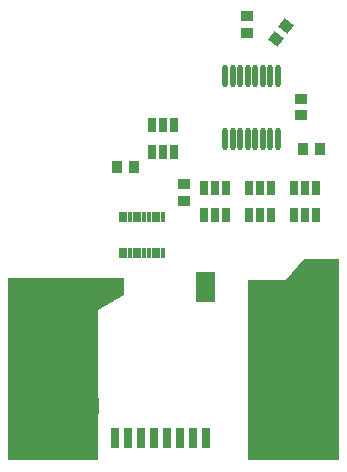
<source format=gts>
G04 Layer: TopSolderMaskLayer*
G04 EasyEDA v6.5.54, 2026-02-14 17:59:59*
G04 2bbe276c55c74596aa95547dd797203b,b56bf7277742442884ecbff68b5c164c,10*
G04 Gerber Generator version 0.2*
G04 Scale: 100 percent, Rotated: No, Reflected: No *
G04 Dimensions in millimeters *
G04 leading zeros omitted , absolute positions ,4 integer and 5 decimal *
%FSLAX45Y45*%
%MOMM*%

%AMMACRO1*4,1,8,-0.2871,-0.587,-0.317,-0.5571,-0.317,0.5571,-0.2871,0.587,0.2871,0.587,0.317,0.5571,0.317,-0.5571,0.2871,-0.587,-0.2871,-0.587,0*%
%AMMACRO2*4,1,8,-0.287,-0.5868,-0.3168,-0.557,-0.3168,0.557,-0.287,0.5868,0.287,0.5868,0.3168,0.557,0.3168,-0.557,0.287,-0.5868,-0.287,-0.5868,0*%
%AMMACRO3*4,1,8,-0.4711,-0.451,-0.501,-0.4211,-0.501,0.4211,-0.4711,0.451,0.4711,0.451,0.501,0.4211,0.501,-0.4211,0.4711,-0.451,-0.4711,-0.451,0*%
%AMMACRO4*4,1,8,-0.4711,-0.4508,-0.5008,-0.421,-0.5008,0.4211,-0.4711,0.4508,0.471,0.4508,0.5008,0.4211,0.5008,-0.421,0.471,-0.4508,-0.4711,-0.4508,0*%
%AMMACRO5*4,1,8,-0.4211,-0.5008,-0.4508,-0.471,-0.4508,0.4711,-0.4211,0.5008,0.421,0.5008,0.4508,0.4711,0.4508,-0.471,0.421,-0.5008,-0.4211,-0.5008,0*%
%AMMACRO6*4,1,8,-0.4211,-0.501,-0.451,-0.4711,-0.451,0.4711,-0.4211,0.501,0.4211,0.501,0.451,0.4711,0.451,-0.4711,0.4211,-0.501,-0.4211,-0.501,0*%
%AMMACRO7*4,1,8,-0.3211,-0.851,-0.351,-0.8211,-0.351,0.8211,-0.3211,0.851,0.3211,0.851,0.351,0.8211,0.351,-0.8211,0.3211,-0.851,-0.3211,-0.851,0*%
%AMMACRO8*4,1,8,-0.3211,-0.8508,-0.3508,-0.821,-0.3508,0.8211,-0.3211,0.8508,0.321,0.8508,0.3508,0.8211,0.3508,-0.821,0.321,-0.8508,-0.3211,-0.8508,0*%
%AMMACRO9*4,1,8,-0.5961,-1.1508,-0.6258,-1.121,-0.6258,1.1211,-0.5961,1.1508,0.596,1.1508,0.6258,1.1211,0.6258,-1.121,0.596,-1.1508,-0.5961,-1.1508,0*%
%AMMACRO10*4,1,8,-0.5961,-1.3008,-0.6258,-1.271,-0.6258,1.2711,-0.5961,1.3008,0.596,1.3008,0.6258,1.2711,0.6258,-1.271,0.596,-1.3008,-0.5961,-1.3008,0*%
%AMMACRO11*4,1,8,-0.7711,-0.6258,-0.8008,-0.596,-0.8008,0.5961,-0.7711,0.6258,0.771,0.6258,0.8008,0.5961,0.8008,-0.596,0.771,-0.6258,-0.7711,-0.6258,0*%
%AMMACRO12*4,1,8,-0.6011,-0.6508,-0.6308,-0.621,-0.6308,0.6211,-0.6011,0.6508,0.601,0.6508,0.6308,0.6211,0.6308,-0.621,0.601,-0.6508,-0.6011,-0.6508,0*%
%AMMACRO13*4,1,8,-0.6011,-0.6758,-0.6308,-0.646,-0.6308,0.646,-0.6011,0.6758,0.601,0.6758,0.6308,0.646,0.6308,-0.646,0.601,-0.6758,-0.6011,-0.6758,0*%
%AMMACRO14*4,1,8,0.0824,-0.6468,-0.6498,-0.0539,-0.6542,-0.012,-0.1242,0.6424,-0.0824,0.6468,0.6498,0.0539,0.6542,0.012,0.1242,-0.6424,0.0824,-0.6468,0*%
%AMMACRO15*4,1,8,0.0823,-0.647,-0.65,-0.054,-0.6544,-0.012,-0.1243,0.6426,-0.0823,0.647,0.65,0.054,0.6544,0.012,0.1243,-0.6426,0.0823,-0.647,0*%
%AMMACRO16*4,1,8,-0.1207,-0.4,-0.15,-0.3707,-0.15,0.3707,-0.1207,0.4,0.1207,0.4,0.15,0.3707,0.15,-0.3707,0.1207,-0.4,-0.1207,-0.4,0*%
%ADD10MACRO1*%
%ADD11MACRO2*%
%ADD12O,0.457606X1.916811*%
%ADD13O,0.458013X1.917014*%
%ADD14O,0.4572X1.916405*%
%ADD15MACRO3*%
%ADD16MACRO4*%
%ADD17C,0.0153*%
%ADD18MACRO5*%
%ADD19MACRO6*%
%ADD20MACRO7*%
%ADD21MACRO8*%
%ADD22MACRO9*%
%ADD23MACRO10*%
%ADD24MACRO11*%
%ADD25MACRO12*%
%ADD26MACRO13*%
%ADD27MACRO14*%
%ADD28MACRO15*%
%ADD29MACRO16*%
%ADD30C,5.0000*%

%LPD*%
G36*
X1587500Y1587500D02*
G01*
X1587500Y1333500D01*
X1752600Y1333500D01*
X1752600Y1587500D01*
G37*
G36*
X0Y1536700D02*
G01*
X0Y0D01*
X762000Y0D01*
X762000Y1263650D01*
X977900Y1397000D01*
X977900Y1536700D01*
G37*
G36*
X2500020Y1700022D02*
G01*
X2349500Y1524000D01*
X2032000Y1524000D01*
X2032000Y0D01*
X2799994Y0D01*
X2799994Y1700022D01*
G37*
D10*
G01*
X1213097Y2602895D03*
D11*
G01*
X1308097Y2602885D03*
D10*
G01*
X1403097Y2602891D03*
G01*
X1403097Y2832694D03*
G01*
X1308097Y2832695D03*
G01*
X1213095Y2832690D03*
G01*
X1847597Y2299299D03*
D11*
G01*
X1752597Y2299299D03*
D10*
G01*
X1657597Y2299299D03*
G01*
X1657597Y2069482D03*
G01*
X1752596Y2069500D03*
G01*
X1847597Y2069505D03*
G01*
X2228594Y2299304D03*
D11*
G01*
X2133594Y2299304D03*
D10*
G01*
X2038595Y2299304D03*
G01*
X2038595Y2069485D03*
G01*
X2133596Y2069495D03*
G01*
X2228594Y2069510D03*
G01*
X2609594Y2299304D03*
D11*
G01*
X2514594Y2299304D03*
D10*
G01*
X2419595Y2299304D03*
G01*
X2419595Y2069485D03*
G01*
X2514594Y2069495D03*
G01*
X2609594Y2069510D03*
D12*
G01*
X2279650Y3249980D03*
D13*
G01*
X2216150Y3249955D03*
G01*
X2152650Y3249955D03*
G01*
X2089150Y3249955D03*
G01*
X2025650Y3249955D03*
D14*
G01*
X1962150Y3249980D03*
D13*
G01*
X1898650Y3249955D03*
G01*
X1835150Y3249955D03*
G01*
X2279650Y2719019D03*
G01*
X2216150Y2719019D03*
D14*
G01*
X2152650Y2719019D03*
G01*
X2089150Y2719019D03*
G01*
X2025650Y2719019D03*
G01*
X1962150Y2719019D03*
G01*
X1898650Y2719019D03*
G01*
X1835150Y2719019D03*
D15*
G01*
X2476501Y3054504D03*
D16*
G01*
X2476500Y2914500D03*
G01*
X2019300Y3752999D03*
D15*
G01*
X2019306Y3613000D03*
D18*
G01*
X920600Y2476500D03*
D19*
G01*
X1060602Y2476500D03*
D15*
G01*
X1485896Y2330594D03*
G01*
X1485903Y2190602D03*
D20*
G01*
X1674296Y187698D03*
G01*
X1564297Y187698D03*
G01*
X1454297Y187698D03*
G01*
X1344297Y187698D03*
G01*
X1234297Y187698D03*
D21*
G01*
X1124305Y187744D03*
D20*
G01*
X1014298Y187698D03*
G01*
X904298Y187698D03*
D22*
G01*
X669800Y235752D03*
D23*
G01*
X2098804Y250750D03*
D22*
G01*
X2098804Y1383753D03*
D24*
G01*
X1668305Y1463250D03*
G01*
X890303Y1463250D03*
D25*
G01*
X710303Y1350751D03*
D26*
G01*
X710298Y450753D03*
D18*
G01*
X2635394Y2628894D03*
G01*
X2495395Y2628894D03*
D27*
G01*
X2355451Y3673901D03*
D28*
G01*
X2267350Y3565094D03*
D29*
G01*
X1310307Y2058993D03*
G01*
X1310308Y1750987D03*
G01*
X1270295Y2059033D03*
G01*
X1270295Y1751035D03*
G01*
X1230295Y2059033D03*
G01*
X1230297Y1750995D03*
G01*
X1190292Y2058993D03*
G01*
X1190293Y1750987D03*
G01*
X1150296Y2059033D03*
G01*
X1150296Y1751035D03*
G01*
X1110296Y2059033D03*
G01*
X1110296Y1751035D03*
G01*
X1070302Y2058993D03*
G01*
X1070303Y1751035D03*
G01*
X1030296Y2059033D03*
G01*
X1030298Y1751035D03*
G01*
X990296Y2059033D03*
G01*
X990293Y1751035D03*
G01*
X950287Y2058993D03*
G01*
X950288Y1751035D03*
D30*
G01*
X2514600Y241300D03*
G01*
X266700Y241300D03*
M02*

</source>
